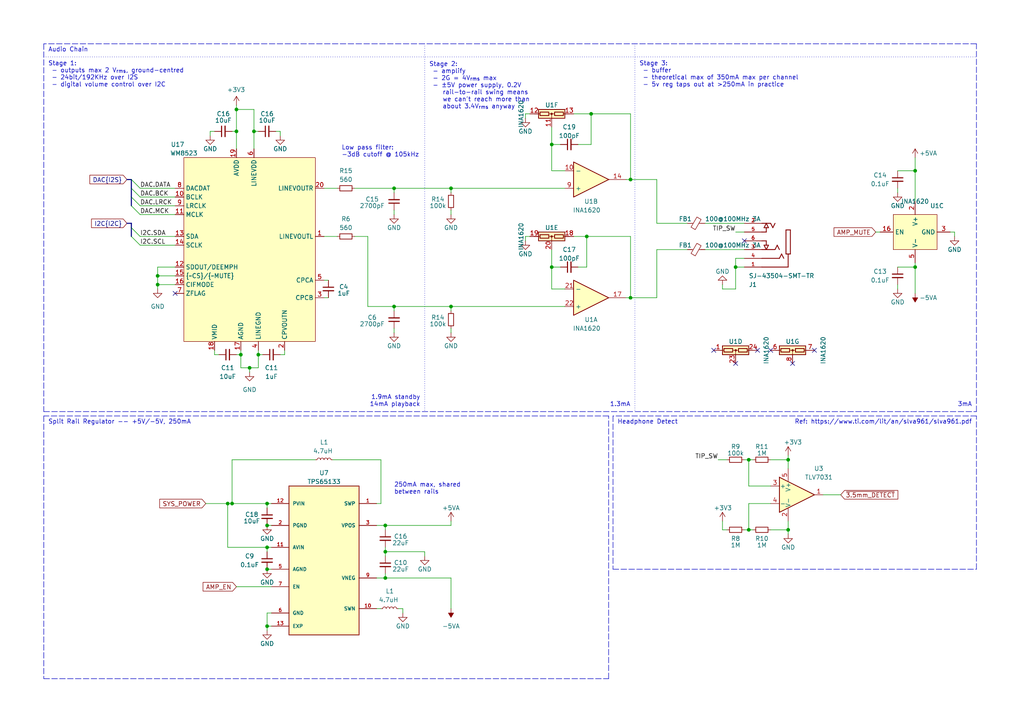
<source format=kicad_sch>
(kicad_sch (version 20230121) (generator eeschema)
  (paper "A4")
  (title_block (title "TANGARA") (date "2023-05-30") (rev "4") (company "made by jacqueline") (comment 1 "SPDX-License-Identifier: CERN-OHL-S-2.0"))
  (lib_symbols
    (symbol "Comparator:TLV7031DBV" (pin_names (offset 0.127))
      (property "Reference" "U" (at -1.27 6.35 0))
      (property "Value" "TLV7031DBV" (at -1.27 3.81 0))
      (symbol "TLV7031DBV_0_1"
        (polyline (pts (xy -5.08 5.08) (xy 5.08 0) (xy -5.08 -5.08) (xy -5.08 5.08)) (stroke (width 0.254)) (fill (type background)))
        (pin power_in line (at -2.54 -7.62 90) (length 3.81) (name "V-") (number "2"))
        (pin power_in line (at -2.54 7.62 270) (length 3.81) (name "V+") (number "5"))
      )
      (symbol "TLV7031DBV_1_1"
        (pin output line (at 7.62 0 180) (length 2.54) (name "~") (number "1"))
        (pin input line (at -7.62 2.54 0) (length 2.54) (name "+") (number "3"))
        (pin input line (at -7.62 -2.54 0) (length 2.54) (name "-") (number "4"))
      )
    )
    (symbol "Device:C_Small" (pin_numbers hide) (pin_names (offset 0.254) hide)
      (property "Reference" "C" (at 0.254 1.778 0))
      (property "Value" "C_Small" (at 0.254 -2.032 0))
      (symbol "C_Small_0_1"
        (polyline (pts (xy -1.524 -0.508) (xy 1.524 -0.508)) (stroke (width 0.3302)))
        (polyline (pts (xy -1.524 0.508) (xy 1.524 0.508)) (stroke (width 0.3048)))
      )
      (symbol "C_Small_1_1"
        (pin passive line (at 0 2.54 270) (length 2.032) (name "~") (number "1"))
        (pin passive line (at 0 -2.54 90) (length 2.032) (name "~") (number "2"))
      )
    )
    (symbol "Device:Ferrite_Bead_Small" (pin_numbers hide) (pin_names (offset 0))
      (property "Reference" "FB" (at 1.905 1.27 0))
      (property "Value" "Device_Ferrite_Bead_Small" (at 1.905 -1.27 0))
      (symbol "Ferrite_Bead_Small_0_1"
        (polyline (pts (xy 0 -1.27) (xy 0 -0.7874)))
        (polyline (pts (xy 0 0.889) (xy 0 1.2954)))
        (polyline (pts (xy -1.8288 0.2794) (xy -1.1176 1.4986) (xy 1.8288 -0.2032) (xy 1.1176 -1.4224) (xy -1.8288 0.2794)))
      )
      (symbol "Ferrite_Bead_Small_1_1"
        (pin passive line (at 0 2.54 270) (length 1.27) (name "~") (number "1"))
        (pin passive line (at 0 -2.54 90) (length 1.27) (name "~") (number "2"))
      )
    )
    (symbol "Device:L_Small" (pin_numbers hide) (pin_names (offset 0.254) hide)
      (property "Reference" "L" (at 0.762 1.016 0))
      (property "Value" "L_Small" (at 0.762 -1.016 0))
      (symbol "L_Small_0_1"
        (arc (start 0 -2.032) (mid 0.5058 -1.524) (end 0 -1.016))
        (arc (start 0 -1.016) (mid 0.5058 -0.508) (end 0 0))
        (arc (start 0 0) (mid 0.5058 0.508) (end 0 1.016))
        (arc (start 0 1.016) (mid 0.5058 1.524) (end 0 2.032))
      )
      (symbol "L_Small_1_1"
        (pin passive line (at 0 2.54 270) (length 0.508) (name "~") (number "1"))
        (pin passive line (at 0 -2.54 90) (length 0.508) (name "~") (number "2"))
      )
    )
    (symbol "Device:R_Small" (pin_numbers hide) (pin_names (offset 0.254) hide)
      (property "Reference" "R" (at 0.762 0.508 0))
      (property "Value" "R_Small" (at 0.762 -1.016 0))
      (symbol "R_Small_0_1"
        (rectangle (start -0.762 1.778) (end 0.762 -1.778) (stroke (width 0.2032)))
      )
      (symbol "R_Small_1_1"
        (pin passive line (at 0 2.54 270) (length 0.762) (name "~") (number "1"))
        (pin passive line (at 0 -2.54 90) (length 0.762) (name "~") (number "2"))
      )
    )
    (symbol "power:+3V3" (power) (pin_names (offset 0))
      (property "Value" "+3V3" (at 0 3.556 0))
      (symbol "+3V3_0_1"
        (polyline (pts (xy -0.762 1.27) (xy 0 2.54)))
        (polyline (pts (xy 0 0) (xy 0 2.54)))
        (polyline (pts (xy 0 2.54) (xy 0.762 1.27)))
      )
      (symbol "+3V3_1_1"
        (pin power_in line (at 0 0 90) (length 0) hide (name "+3V3") (number "1"))
      )
    )
    (symbol "power:+5VA" (power) (pin_names (offset 0))
      (property "Value" "+5VA" (at 0 3.556 0))
      (symbol "+5VA_0_1"
        (polyline (pts (xy -0.762 1.27) (xy 0 2.54)))
        (polyline (pts (xy 0 0) (xy 0 2.54)))
        (polyline (pts (xy 0 2.54) (xy 0.762 1.27)))
      )
      (symbol "+5VA_1_1"
        (pin power_in line (at 0 0 90) (length 0) hide (name "+5VA") (number "1"))
      )
    )
    (symbol "power:-5VA" (power) (pin_names (offset 0))
      (property "Value" "-5VA" (at 0 3.81 0))
      (symbol "-5VA_0_0"
        (pin power_in line (at 0 0 90) (length 0) hide (name "-5VA") (number "1"))
      )
      (symbol "-5VA_0_1"
        (polyline (pts (xy 0 0) (xy 0 1.27) (xy 0.762 1.27) (xy 0 2.54) (xy -0.762 1.27) (xy 0 1.27)) (fill (type outline)))
      )
    )
    (symbol "power:GND" (power) (pin_names (offset 0))
      (property "Value" "GND" (at 0 -3.81 0))
      (symbol "GND_0_1"
        (polyline (pts (xy 0 0) (xy 0 -1.27) (xy 1.27 -1.27) (xy 0 -2.54) (xy -1.27 -1.27) (xy 0 -1.27)))
      )
      (symbol "GND_1_1"
        (pin power_in line (at 0 0 270) (length 0) hide (name "GND") (number "1"))
      )
    )
    (symbol "symbols:INA1620"
      (property "Reference" "U" (at -3.81 7.62 0))
      (symbol "INA1620_1_1"
        (polyline (pts (xy 6.35 0) (xy -3.81 5.08) (xy -3.81 -5.08) (xy 6.35 0)) (stroke (width 0.254)) (fill (type background)))
        (pin output line (at 11.43 0 180) (length 5.08) (name "") (number "17"))
        (pin input line (at -6.35 -2.54 0) (length 2.54) (name "-") (number "21"))
        (pin input line (at -6.35 2.54 0) (length 2.54) (name "+") (number "22"))
      )
      (symbol "INA1620_2_1"
        (polyline (pts (xy 6.35 0) (xy -3.81 5.08) (xy -3.81 -5.08) (xy 6.35 0)) (stroke (width 0.254)) (fill (type background)))
        (pin input line (at -6.35 -2.54 0) (length 2.54) (name "-") (number "10"))
        (pin output line (at 11.43 0 180) (length 5.08) (name "") (number "14"))
        (pin input line (at -6.35 2.54 0) (length 2.54) (name "+") (number "9"))
      )
      (symbol "INA1620_3_1"
        (rectangle (start -6.35 5.08) (end 6.35 -5.08) (fill (type background)))
        (pin no_connect line (at -6.35 1.27 0) (length 3.81) hide (name "NC") (number "15"))
        (pin power_in line (at -10.16 0 0) (length 3.81) (name "EN") (number "16"))
        (pin power_in line (at 0 8.89 270) (length 3.81) (name "V+") (number "2"))
        (pin power_in line (at 0 -8.89 90) (length 3.81) hide (name "EP") (number "25"))
        (pin power_in line (at 10.16 0 180) (length 3.81) (name "GND") (number "3"))
        (pin no_connect line (at -6.35 -1.27 0) (length 3.81) hide (name "NC") (number "4"))
        (pin power_in line (at 0 -8.89 90) (length 3.81) (name "V-") (number "5"))
      )
      (symbol "INA1620_4_1"
        (rectangle (start -1.27 3.81) (end 1.27 -3.81) (stroke (width 0.254)) (fill (type background)))
        (rectangle (start -0.508 -0.8382) (end 0.508 -3.3782) (stroke (width 0.254)))
        (rectangle (start -0.508 3.3782) (end 0.508 0.8382) (stroke (width 0.254)))
        (polyline (pts (xy 0 -5.08) (xy 0 -3.429)))
        (polyline (pts (xy 0 0.889) (xy 0 -0.889)))
        (polyline (pts (xy 0 5.08) (xy 0 3.3782)))
        (polyline (pts (xy 1.27 0) (xy 0 0)))
        (circle (center 0 0.0254) (radius 0.254) (fill (type outline)))
        (pin passive line (at 0 -6.35 90) (length 2.54) (name "~") (number "1"))
        (pin passive line (at 3.81 0 180) (length 2.54) (name "~") (number "23"))
        (pin passive line (at 0 6.35 270) (length 2.54) (name "") (number "24"))
      )
      (symbol "INA1620_5_1"
        (rectangle (start -1.27 3.81) (end 1.27 -3.81) (stroke (width 0.254)) (fill (type background)))
        (rectangle (start -0.508 -0.8382) (end 0.508 -3.3782) (stroke (width 0.254)))
        (rectangle (start -0.508 3.3782) (end 0.508 0.8382) (stroke (width 0.254)))
        (polyline (pts (xy 0 -5.08) (xy 0 -3.429)))
        (polyline (pts (xy 0 0.889) (xy 0 -0.889)))
        (polyline (pts (xy 0 5.08) (xy 0 3.3782)))
        (polyline (pts (xy 1.27 0) (xy 0 0)))
        (circle (center 0 0.0254) (radius 0.254) (fill (type outline)))
        (pin passive line (at 0 -6.35 90) (length 2.54) (name "~") (number "18"))
        (pin passive line (at 0 6.35 270) (length 2.54) (name "~") (number "19"))
        (pin passive line (at 3.81 0 180) (length 2.54) (name "~") (number "20"))
      )
      (symbol "INA1620_6_1"
        (rectangle (start -1.27 3.81) (end 1.27 -3.81) (stroke (width 0.254)) (fill (type background)))
        (rectangle (start -0.508 -0.8382) (end 0.508 -3.3782) (stroke (width 0.254)))
        (rectangle (start -0.508 3.3782) (end 0.508 0.8382) (stroke (width 0.254)))
        (polyline (pts (xy 0 -5.08) (xy 0 -3.429)))
        (polyline (pts (xy 0 0.889) (xy 0 -0.889)))
        (polyline (pts (xy 0 5.08) (xy 0 3.3782)))
        (polyline (pts (xy 1.27 0) (xy 0 0)))
        (circle (center 0 0.0254) (radius 0.254) (fill (type outline)))
        (pin passive line (at 3.81 0 180) (length 2.54) (name "~") (number "11"))
        (pin passive line (at 0 6.35 270) (length 2.54) (name "~") (number "12"))
        (pin passive line (at 0 -6.35 90) (length 2.54) (name "~") (number "13"))
      )
      (symbol "INA1620_7_1"
        (rectangle (start -1.27 3.81) (end 1.27 -3.81) (stroke (width 0.254)) (fill (type background)))
        (rectangle (start -0.508 -0.8382) (end 0.508 -3.3782) (stroke (width 0.254)))
        (rectangle (start -0.508 3.3782) (end 0.508 0.8382) (stroke (width 0.254)))
        (polyline (pts (xy 0 -5.08) (xy 0 -3.429)))
        (polyline (pts (xy 0 0.889) (xy 0 -0.889)))
        (polyline (pts (xy 0 5.08) (xy 0 3.3782)))
        (polyline (pts (xy 1.27 0) (xy 0 0)))
        (circle (center 0 0.0254) (radius 0.254) (fill (type outline)))
        (pin passive line (at 0 -6.35 90) (length 2.54) (name "~") (number "6"))
        (pin passive line (at 0 6.35 270) (length 2.54) (name "~") (number "7"))
        (pin passive line (at 3.81 0 180) (length 2.54) (name "~") (number "8"))
      )
    )
    (symbol "symbols:SJ-43504-SMT-TR" (pin_names (offset 1.016))
      (property "Reference" "J" (at -8.9086 6.3633 0))
      (property "Value" "SJ-43504-SMT-TR" (at -8.8984 -11.4407 0))
      (symbol "SJ-43504-SMT-TR_0_0"
        (polyline (pts (xy -8.255 -5.715) (xy -8.255 1.27)) (stroke (width 0.254)))
        (polyline (pts (xy -8.255 1.27) (xy -7.62 1.27)) (stroke (width 0.254)))
        (polyline (pts (xy -7.62 1.27) (xy -6.985 1.27)) (stroke (width 0.254)))
        (polyline (pts (xy -7.62 5.08) (xy -7.62 1.27)) (stroke (width 0.254)))
        (polyline (pts (xy -6.985 -5.715) (xy -8.255 -5.715)) (stroke (width 0.254)))
        (polyline (pts (xy -6.985 1.27) (xy -6.985 -5.715)) (stroke (width 0.254)))
        (polyline (pts (xy -5.715 1.27) (xy -6.35 2.54)) (stroke (width 0.254)))
        (polyline (pts (xy -5.08 2.54) (xy -5.715 1.27)) (stroke (width 0.254)))
        (polyline (pts (xy -4.445 -1.27) (xy -5.08 0)) (stroke (width 0.254)))
        (polyline (pts (xy -3.81 0) (xy -4.445 -1.27)) (stroke (width 0.254)))
        (polyline (pts (xy -3.175 -6.35) (xy -3.81 -7.62)) (stroke (width 0.254)))
        (polyline (pts (xy -2.54 -7.62) (xy -3.175 -6.35)) (stroke (width 0.254)))
        (polyline (pts (xy -1.905 -6.35) (xy -1.27 -6.35)) (stroke (width 0.254)))
        (polyline (pts (xy -1.905 -1.27) (xy -1.27 -1.27)) (stroke (width 0.254)))
        (polyline (pts (xy -1.27 -7.62) (xy -2.54 -7.62)) (stroke (width 0.254)))
        (polyline (pts (xy -1.27 -7.62) (xy -1.905 -6.35)) (stroke (width 0.254)))
        (polyline (pts (xy -1.27 -6.35) (xy -0.635 -6.35)) (stroke (width 0.254)))
        (polyline (pts (xy -1.27 -5.08) (xy -1.27 -6.35)) (stroke (width 0.254)))
        (polyline (pts (xy -1.27 -2.54) (xy -1.27 -1.27)) (stroke (width 0.254)))
        (polyline (pts (xy -1.27 -1.27) (xy -0.635 -1.27)) (stroke (width 0.254)))
        (polyline (pts (xy -1.27 0) (xy -3.81 0)) (stroke (width 0.254)))
        (polyline (pts (xy -1.27 0) (xy -1.905 -1.27)) (stroke (width 0.254)))
        (polyline (pts (xy -0.635 -6.35) (xy -1.27 -7.62)) (stroke (width 0.254)))
        (polyline (pts (xy -0.635 -1.27) (xy -1.27 0)) (stroke (width 0.254)))
        (polyline (pts (xy 0 -7.62) (xy -1.27 -7.62)) (stroke (width 0.254)))
        (polyline (pts (xy 0 -5.08) (xy -1.27 -5.08)) (stroke (width 0.254)))
        (polyline (pts (xy 0 -2.54) (xy -1.27 -2.54)) (stroke (width 0.254)))
        (polyline (pts (xy 0 0) (xy -1.27 0)) (stroke (width 0.254)))
        (polyline (pts (xy 0 2.54) (xy -5.08 2.54)) (stroke (width 0.254)))
        (polyline (pts (xy 0 5.08) (xy -7.62 5.08)) (stroke (width 0.254)))
        (pin passive line (at 5.08 5.08 180) (length 5.08) (name "~") (number "1"))
        (pin passive line (at 5.08 -7.62 180) (length 5.08) (name "~") (number "2"))
        (pin passive line (at 5.08 0 180) (length 5.08) (name "~") (number "3"))
        (pin passive line (at 5.08 2.54 180) (length 5.08) (name "~") (number "4"))
        (pin passive line (at 5.08 -5.08 180) (length 5.08) (name "~") (number "5"))
        (pin passive line (at 5.08 -2.54 180) (length 5.08) (name "~") (number "6"))
      )
    )
    (symbol "symbols:TPS65135RTER" (pin_names (offset 1.016))
      (property "Reference" "U" (at -10.16 23.622 0))
      (property "Value" "TPS65135RTER" (at -10.16 -22.86 0))
      (symbol "TPS65135RTER_0_0"
        (rectangle (start -10.16 22.86) (end 10.16 -20.32) (stroke (width 0.254)) (fill (type background)))
        (pin bidirectional line (at 15.24 17.78 180) (length 5.08) (name "SWP") (number "1"))
        (pin bidirectional line (at 15.24 -12.7 180) (length 5.08) (name "SWN") (number "10"))
        (pin bidirectional line (at -15.24 5.08 0) (length 5.08) (name "AVIN") (number "11"))
        (pin bidirectional line (at -15.24 17.78 0) (length 5.08) (name "PVIN") (number "12"))
        (pin power_in line (at -15.24 -17.78 0) (length 5.08) (name "EXP") (number "13"))
        (pin power_in line (at -15.24 11.43 0) (length 5.08) (name "PGND") (number "2"))
        (pin output line (at 15.24 11.43 180) (length 5.08) (name "VPOS") (number "3"))
        (pin power_in line (at -15.24 -13.97 0) (length 5.08) hide (name "GND") (number "4"))
        (pin input line (at -15.24 -1.27 0) (length 5.08) (name "AGND") (number "5"))
        (pin power_in line (at -15.24 -13.97 0) (length 5.08) (name "GND") (number "6"))
        (pin input line (at -15.24 -6.35 0) (length 5.08) (name "EN") (number "7"))
        (pin output line (at -15.24 -13.97 0) (length 5.08) hide (name "GND") (number "8"))
        (pin output line (at 15.24 -3.81 180) (length 5.08) (name "VNEG") (number "9"))
      )
    )
    (symbol "symbols:WM8523"
      (property "Reference" "U" (at -3.81 5.08 0))
      (symbol "WM8523_0_0"
        (pin output line (at 21.59 2.54 180) (length 2.54) (name "LINEVOUTL") (number "1"))
        (pin output line (at -21.59 13.97 0) (length 2.54) (name "BCLK") (number "10"))
        (pin output line (at -21.59 8.89 0) (length 2.54) (name "MCLK") (number "11"))
        (pin output line (at -21.59 -6.35 0) (length 2.54) (name "SDOUT/DEEMPH") (number "12"))
        (pin output line (at -21.59 2.54 0) (length 2.54) (name "SDA") (number "13"))
        (pin output line (at -21.59 0 0) (length 2.54) (name "SCLK") (number "14"))
        (pin output line (at -21.59 -8.89 0) (length 2.54) (name "{~CS}/{~MUTE}") (number "15"))
        (pin output line (at -21.59 -11.43 0) (length 2.54) (name "CIFMODE") (number "16"))
        (pin output line (at -2.54 -30.48 90) (length 2.54) (name "AGND") (number "17"))
        (pin output line (at -10.16 -30.48 90) (length 2.54) (name "VMID") (number "18"))
        (pin output line (at -3.81 27.94 270) (length 2.54) (name "AVDD") (number "19"))
        (pin output line (at 10.16 -30.48 90) (length 2.54) (name "CPVOUTN") (number "2"))
        (pin output line (at 21.59 16.51 180) (length 2.54) (name "LINEVOUTR") (number "20"))
        (pin output line (at 21.59 -15.24 180) (length 2.54) (name "CPCB") (number "3"))
        (pin output line (at 2.54 -30.48 90) (length 2.54) (name "LINEGND") (number "4"))
        (pin output line (at 21.59 -10.16 180) (length 2.54) (name "CPCA") (number "5"))
        (pin output line (at 1.27 27.94 270) (length 2.54) (name "LINEVDD") (number "6"))
        (pin output line (at -21.59 -13.97 0) (length 2.54) (name "ZFLAG") (number "7"))
        (pin output line (at -21.59 16.51 0) (length 2.54) (name "DACDAT") (number "8"))
        (pin output line (at -21.59 11.43 0) (length 2.54) (name "LRCLK") (number "9"))
      )
      (symbol "WM8523_0_1"
        (rectangle (start -19.05 25.4) (end 19.05 -27.94) (fill (type background)))
      )
    )
  )
  (junction (at 68.58 31.75))
  (junction (at 45.72 80.01))
  (junction (at 74.93 102.87))
  (junction (at 213.36 77.47))
  (junction (at 265.43 49.53))
  (junction (at 130.81 88.9))
  (junction (at 66.04 146.05))
  (junction (at 228.6 153.67))
  (junction (at 77.47 181.61))
  (junction (at 171.45 33.02))
  (junction (at 111.76 167.64))
  (junction (at 77.47 165.1))
  (junction (at 77.47 152.4))
  (junction (at 160.02 41.91))
  (junction (at 77.47 158.75))
  (junction (at 67.31 146.05))
  (junction (at 73.66 38.1))
  (junction (at 182.88 86.36))
  (junction (at 68.58 38.1))
  (junction (at 217.17 133.35))
  (junction (at 111.76 152.4))
  (junction (at 111.76 160.02))
  (junction (at 72.39 106.68))
  (junction (at 77.47 146.05))
  (junction (at 69.85 102.87))
  (junction (at 130.81 54.61))
  (junction (at 217.17 153.67))
  (junction (at 182.88 52.07))
  (junction (at 170.18 68.58))
  (junction (at 114.3 88.9))
  (junction (at 160.02 77.47))
  (junction (at 45.72 82.55))
  (junction (at 265.43 77.47))
  (junction (at 114.3 54.61))
  (junction (at 228.6 133.35))
  (no_connect (at 219.71 101.6))
  (no_connect (at 50.8 85.09))
  (no_connect (at 207.01 101.6))
  (no_connect (at 236.22 101.6))
  (no_connect (at 223.52 101.6))
  (no_connect (at 215.9 69.85))
  (no_connect (at 229.87 105.41))
  (no_connect (at 213.36 105.41))
  (bus_entry (at 38.1 52.07) (size 2.54 2.54))
  (bus_entry (at 38.1 59.69) (size 2.54 2.54))
  (bus_entry (at 40.64 71.12) (size -2.54 -2.54))
  (bus_entry (at 38.1 57.15) (size 2.54 2.54))
  (bus_entry (at 38.1 54.61) (size 2.54 2.54))
  (bus_entry (at 40.64 68.58) (size -2.54 -2.54))
  (wire (pts (xy 109.22 146.05) (xy 110.49 146.05)))
  (polyline (pts (xy 12.7 16.51) (xy 283.21 16.51)) (stroke (width 0) (type dot)))
  (bus (pts (xy 38.1 54.61) (xy 38.1 57.15)))
  (wire (pts (xy 182.88 68.58) (xy 182.88 86.36)))
  (wire (pts (xy 68.58 31.75) (xy 68.58 38.1)))
  (wire (pts (xy 160.02 49.53) (xy 160.02 41.91)))
  (wire (pts (xy 82.55 102.87) (xy 81.28 102.87)))
  (polyline (pts (xy 283.21 12.7) (xy 12.7 12.7)) (stroke (width 0) (type dash)))
  (polyline (pts (xy 283.21 119.38) (xy 283.21 12.7)) (stroke (width 0) (type dash)))
  (wire (pts (xy 181.61 86.36) (xy 182.88 86.36)))
  (wire (pts (xy 181.61 52.07) (xy 182.88 52.07)))
  (polyline (pts (xy 123.19 12.7) (xy 123.19 119.38)) (stroke (width 0) (type dot)))
  (wire (pts (xy 40.64 68.58) (xy 50.8 68.58)))
  (wire (pts (xy 67.31 133.35) (xy 91.44 133.35)))
  (wire (pts (xy 110.49 176.53) (xy 109.22 176.53)))
  (wire (pts (xy 62.23 102.87) (xy 63.5 102.87)))
  (wire (pts (xy 160.02 72.39) (xy 160.02 77.47)))
  (wire (pts (xy 170.18 77.47) (xy 170.18 68.58)))
  (wire (pts (xy 276.86 67.31) (xy 275.59 67.31)))
  (wire (pts (xy 190.5 64.77) (xy 199.39 64.77)))
  (wire (pts (xy 73.66 31.75) (xy 68.58 31.75)))
  (wire (pts (xy 66.04 158.75) (xy 66.04 146.05)))
  (wire (pts (xy 160.02 83.82) (xy 163.83 83.82)))
  (wire (pts (xy 223.52 140.97) (xy 217.17 140.97)))
  (wire (pts (xy 45.72 80.01) (xy 45.72 82.55)))
  (wire (pts (xy 265.43 77.47) (xy 265.43 76.2)))
  (wire (pts (xy 50.8 77.47) (xy 45.72 77.47)))
  (wire (pts (xy 190.5 52.07) (xy 182.88 52.07)))
  (wire (pts (xy 130.81 96.52) (xy 130.81 95.25)))
  (wire (pts (xy 114.3 62.23) (xy 114.3 60.96)))
  (wire (pts (xy 209.55 153.67) (xy 210.82 153.67)))
  (wire (pts (xy 62.23 101.6) (xy 62.23 102.87)))
  (wire (pts (xy 116.84 176.53) (xy 116.84 177.8)))
  (wire (pts (xy 66.04 146.05) (xy 67.31 146.05)))
  (polyline (pts (xy 283.21 120.65) (xy 177.8 120.65)) (stroke (width 0) (type dash)))
  (wire (pts (xy 238.76 143.51) (xy 243.84 143.51)))
  (wire (pts (xy 77.47 147.32) (xy 77.47 146.05)))
  (wire (pts (xy 209.55 83.82) (xy 209.55 82.55)))
  (wire (pts (xy 68.58 38.1) (xy 68.58 43.18)))
  (wire (pts (xy 110.49 146.05) (xy 110.49 133.35)))
  (wire (pts (xy 40.64 54.61) (xy 50.8 54.61)))
  (wire (pts (xy 111.76 152.4) (xy 111.76 153.67)))
  (wire (pts (xy 166.37 33.02) (xy 171.45 33.02)))
  (polyline (pts (xy 176.53 120.65) (xy 12.7 120.65)) (stroke (width 0) (type dash)))
  (wire (pts (xy 77.47 182.88) (xy 77.47 181.61)))
  (wire (pts (xy 97.79 68.58) (xy 93.98 68.58)))
  (wire (pts (xy 228.6 132.08) (xy 228.6 133.35)))
  (wire (pts (xy 130.81 167.64) (xy 111.76 167.64)))
  (wire (pts (xy 254 67.31) (xy 255.27 67.31)))
  (wire (pts (xy 68.58 30.48) (xy 68.58 31.75)))
  (wire (pts (xy 97.79 54.61) (xy 93.98 54.61)))
  (bus (pts (xy 36.83 64.77) (xy 38.1 64.77)))
  (wire (pts (xy 69.85 102.87) (xy 68.58 102.87)))
  (wire (pts (xy 67.31 146.05) (xy 67.31 133.35)))
  (wire (pts (xy 260.35 77.47) (xy 265.43 77.47)))
  (wire (pts (xy 114.3 96.52) (xy 114.3 95.25)))
  (wire (pts (xy 160.02 77.47) (xy 162.56 77.47)))
  (wire (pts (xy 160.02 36.83) (xy 160.02 41.91)))
  (wire (pts (xy 217.17 140.97) (xy 217.17 133.35)))
  (wire (pts (xy 62.23 38.1) (xy 60.96 38.1)))
  (wire (pts (xy 153.67 68.58) (xy 152.4 68.58)))
  (wire (pts (xy 69.85 106.68) (xy 69.85 102.87)))
  (wire (pts (xy 95.25 86.36) (xy 93.98 86.36)))
  (wire (pts (xy 81.28 38.1) (xy 80.01 38.1)))
  (wire (pts (xy 223.52 146.05) (xy 217.17 146.05)))
  (wire (pts (xy 74.93 106.68) (xy 72.39 106.68)))
  (wire (pts (xy 111.76 160.02) (xy 111.76 161.29)))
  (wire (pts (xy 130.81 151.13) (xy 130.81 152.4)))
  (wire (pts (xy 213.36 83.82) (xy 209.55 83.82)))
  (polyline (pts (xy 283.21 165.1) (xy 283.21 120.65)) (stroke (width 0) (type dash)))
  (wire (pts (xy 215.9 153.67) (xy 217.17 153.67)))
  (wire (pts (xy 167.64 77.47) (xy 170.18 77.47)))
  (wire (pts (xy 69.85 101.6) (xy 69.85 102.87)))
  (wire (pts (xy 74.93 102.87) (xy 76.2 102.87)))
  (wire (pts (xy 171.45 33.02) (xy 182.88 33.02)))
  (wire (pts (xy 81.28 39.37) (xy 81.28 38.1)))
  (wire (pts (xy 111.76 152.4) (xy 130.81 152.4)))
  (wire (pts (xy 260.35 83.82) (xy 260.35 82.55)))
  (wire (pts (xy 215.9 133.35) (xy 217.17 133.35)))
  (wire (pts (xy 265.43 77.47) (xy 265.43 85.09)))
  (wire (pts (xy 74.93 102.87) (xy 74.93 106.68)))
  (wire (pts (xy 223.52 133.35) (xy 228.6 133.35)))
  (wire (pts (xy 213.36 67.31) (xy 215.9 67.31)))
  (wire (pts (xy 109.22 152.4) (xy 111.76 152.4)))
  (wire (pts (xy 67.31 146.05) (xy 77.47 146.05)))
  (wire (pts (xy 130.81 55.88) (xy 130.81 54.61)))
  (wire (pts (xy 40.64 71.12) (xy 50.8 71.12)))
  (wire (pts (xy 130.81 54.61) (xy 163.83 54.61)))
  (wire (pts (xy 170.18 68.58) (xy 182.88 68.58)))
  (wire (pts (xy 265.43 49.53) (xy 260.35 49.53)))
  (wire (pts (xy 77.47 181.61) (xy 78.74 181.61)))
  (wire (pts (xy 72.39 106.68) (xy 69.85 106.68)))
  (wire (pts (xy 106.68 88.9) (xy 114.3 88.9)))
  (wire (pts (xy 114.3 54.61) (xy 130.81 54.61)))
  (polyline (pts (xy 177.8 165.1) (xy 283.21 165.1)) (stroke (width 0) (type dash)))
  (wire (pts (xy 111.76 158.75) (xy 111.76 160.02)))
  (wire (pts (xy 217.17 153.67) (xy 218.44 153.67)))
  (wire (pts (xy 59.69 146.05) (xy 66.04 146.05)))
  (wire (pts (xy 130.81 90.17) (xy 130.81 88.9)))
  (polyline (pts (xy 12.7 12.7) (xy 12.7 119.38)) (stroke (width 0) (type dash)))
  (wire (pts (xy 228.6 154.94) (xy 228.6 153.67)))
  (wire (pts (xy 190.5 64.77) (xy 190.5 52.07)))
  (wire (pts (xy 106.68 68.58) (xy 106.68 88.9)))
  (wire (pts (xy 213.36 77.47) (xy 213.36 83.82)))
  (bus (pts (xy 36.83 52.07) (xy 38.1 52.07)))
  (polyline (pts (xy 176.53 196.85) (xy 176.53 120.65)) (stroke (width 0) (type dash)))
  (wire (pts (xy 40.64 62.23) (xy 50.8 62.23)))
  (wire (pts (xy 213.36 74.93) (xy 215.9 74.93)))
  (wire (pts (xy 72.39 106.68) (xy 72.39 107.95)))
  (wire (pts (xy 74.93 101.6) (xy 74.93 102.87)))
  (wire (pts (xy 217.17 133.35) (xy 218.44 133.35)))
  (bus (pts (xy 38.1 57.15) (xy 38.1 59.69)))
  (wire (pts (xy 60.96 38.1) (xy 60.96 39.37)))
  (wire (pts (xy 167.64 41.91) (xy 171.45 41.91)))
  (bus (pts (xy 38.1 66.04) (xy 38.1 68.58)))
  (wire (pts (xy 73.66 38.1) (xy 73.66 43.18)))
  (wire (pts (xy 123.19 160.02) (xy 111.76 160.02)))
  (wire (pts (xy 40.64 57.15) (xy 50.8 57.15)))
  (wire (pts (xy 204.47 64.77) (xy 215.9 64.77)))
  (polyline (pts (xy 12.7 120.65) (xy 12.7 196.85)) (stroke (width 0) (type dash)))
  (wire (pts (xy 68.58 170.18) (xy 78.74 170.18)))
  (wire (pts (xy 265.43 45.72) (xy 265.43 49.53)))
  (wire (pts (xy 109.22 167.64) (xy 111.76 167.64)))
  (polyline (pts (xy 12.7 196.85) (xy 176.53 196.85)) (stroke (width 0) (type dash)))
  (wire (pts (xy 276.86 68.58) (xy 276.86 67.31)))
  (wire (pts (xy 114.3 88.9) (xy 130.81 88.9)))
  (wire (pts (xy 77.47 165.1) (xy 78.74 165.1)))
  (wire (pts (xy 77.47 158.75) (xy 78.74 158.75)))
  (wire (pts (xy 209.55 151.13) (xy 209.55 153.67)))
  (wire (pts (xy 265.43 49.53) (xy 265.43 58.42)))
  (wire (pts (xy 77.47 152.4) (xy 78.74 152.4)))
  (wire (pts (xy 190.5 72.39) (xy 199.39 72.39)))
  (wire (pts (xy 130.81 62.23) (xy 130.81 60.96)))
  (wire (pts (xy 82.55 101.6) (xy 82.55 102.87)))
  (wire (pts (xy 130.81 176.53) (xy 130.81 167.64)))
  (wire (pts (xy 110.49 133.35) (xy 96.52 133.35)))
  (wire (pts (xy 152.4 33.02) (xy 152.4 34.29)))
  (wire (pts (xy 95.25 81.28) (xy 93.98 81.28)))
  (wire (pts (xy 208.28 133.35) (xy 210.82 133.35)))
  (wire (pts (xy 77.47 146.05) (xy 78.74 146.05)))
  (wire (pts (xy 111.76 166.37) (xy 111.76 167.64)))
  (wire (pts (xy 45.72 82.55) (xy 45.72 83.82)))
  (wire (pts (xy 190.5 72.39) (xy 190.5 86.36)))
  (wire (pts (xy 153.67 33.02) (xy 152.4 33.02)))
  (bus (pts (xy 38.1 52.07) (xy 38.1 54.61)))
  (wire (pts (xy 115.57 176.53) (xy 116.84 176.53)))
  (wire (pts (xy 50.8 82.55) (xy 45.72 82.55)))
  (wire (pts (xy 171.45 41.91) (xy 171.45 33.02)))
  (wire (pts (xy 130.81 88.9) (xy 163.83 88.9)))
  (wire (pts (xy 228.6 133.35) (xy 228.6 135.89)))
  (wire (pts (xy 114.3 88.9) (xy 114.3 90.17)))
  (wire (pts (xy 77.47 158.75) (xy 66.04 158.75)))
  (wire (pts (xy 204.47 72.39) (xy 215.9 72.39)))
  (wire (pts (xy 213.36 77.47) (xy 215.9 77.47)))
  (wire (pts (xy 217.17 146.05) (xy 217.17 153.67)))
  (wire (pts (xy 123.19 161.29) (xy 123.19 160.02)))
  (wire (pts (xy 74.93 38.1) (xy 73.66 38.1)))
  (wire (pts (xy 78.74 177.8) (xy 77.47 177.8)))
  (wire (pts (xy 77.47 160.02) (xy 77.47 158.75)))
  (wire (pts (xy 152.4 68.58) (xy 152.4 69.85)))
  (wire (pts (xy 163.83 49.53) (xy 160.02 49.53)))
  (wire (pts (xy 102.87 54.61) (xy 114.3 54.61)))
  (wire (pts (xy 182.88 33.02) (xy 182.88 52.07)))
  (wire (pts (xy 223.52 153.67) (xy 228.6 153.67)))
  (wire (pts (xy 213.36 77.47) (xy 213.36 74.93)))
  (wire (pts (xy 166.37 68.58) (xy 170.18 68.58)))
  (wire (pts (xy 160.02 41.91) (xy 162.56 41.91)))
  (wire (pts (xy 160.02 77.47) (xy 160.02 83.82)))
  (wire (pts (xy 67.31 38.1) (xy 68.58 38.1)))
  (wire (pts (xy 50.8 80.01) (xy 45.72 80.01)))
  (wire (pts (xy 102.87 68.58) (xy 106.68 68.58)))
  (polyline (pts (xy 184.15 12.7) (xy 184.15 119.38)) (stroke (width 0) (type dot)))
  (polyline (pts (xy 177.8 120.65) (xy 177.8 165.1)) (stroke (width 0) (type dash)))
  (wire (pts (xy 40.64 59.69) (xy 50.8 59.69)))
  (wire (pts (xy 260.35 55.88) (xy 260.35 54.61)))
  (wire (pts (xy 228.6 153.67) (xy 228.6 151.13)))
  (wire (pts (xy 45.72 77.47) (xy 45.72 80.01)))
  (polyline (pts (xy 12.7 119.38) (xy 283.21 119.38)) (stroke (width 0) (type dash)))
  (wire (pts (xy 73.66 38.1) (xy 73.66 31.75)))
  (wire (pts (xy 182.88 86.36) (xy 190.5 86.36)))
  (wire (pts (xy 77.47 177.8) (xy 77.47 181.61)))
  (wire (pts (xy 114.3 54.61) (xy 114.3 55.88)))
  (bus (pts (xy 38.1 64.77) (xy 38.1 66.04)))
  (text "Low pass filter:\n-3dB cutoff @ 105kHz" (at 99.06 45.72 0) (effects (font (size 1.27 1.27)) (justify left bottom)))
  (text "Stage 2:\n - amplify\n - 2G = 4V_{rms} max\n - ±5V power supply, 0.2V\n    rail-to-rail swing means\n    we can't reach more than\n    about 3.4V_{rms} anyway" (at 124.46 31.75 0) (effects (font (size 1.27 1.27)) (justify left bottom)))
  (text "1.9mA standby\n14mA playback" (at 121.92 118.11 0) (effects (font (size 1.27 1.27)) (justify right bottom)))
  (text "Audio Chain\n" (at 13.97 15.24 0) (effects (font (size 1.27 1.27)) (justify left bottom)))
  (text "Ref: https://www.ti.com/lit/an/slva961/slva961.pdf" (at 281.94 123.19 0) (effects (font (size 1.27 1.27)) (justify right bottom)))
  (text "Stage 1:\n - outputs max 2 V_{rms}, ground-centred\n - 24bit/192KHz over I2S\n - digital volume control over I2C" (at 13.97 25.4 0) (effects (font (size 1.27 1.27)) (justify left bottom)))
  (text "250mA max, shared\nbetween rails" (at 114.3 143.51 0) (effects (font (size 1.27 1.27)) (justify left bottom)))
  (text "Stage 3:\n - buffer\n - theoretical max of 350mA max per channel\n - 5v reg taps out at >250mA in practice" (at 185.42 25.4 0) (effects (font (size 1.27 1.27)) (justify left bottom)))
  (text "Headphone Detect" (at 179.07 123.19 0) (effects (font (size 1.27 1.27)) (justify left bottom)))
  (text "3mA" (at 281.94 118.11 0) (effects (font (size 1.27 1.27)) (justify right bottom)))
  (text "1.3mA" (at 182.88 118.11 0) (effects (font (size 1.27 1.27)) (justify right bottom)))
  (text "Split Rail Regulator -- +5V/-5V, 250mA" (at 13.97 123.19 0) (effects (font (size 1.27 1.27)) (justify left bottom)))
  (label "TIP_SW" (at 213.36 67.31 180))
  (label "I2C.SDA" (at 40.64 68.58 0))
  (label "DAC.MCK" (at 40.64 62.23 0))
  (label "TIP_SW" (at 208.28 133.35 180))
  (label "DAC.LRCK" (at 40.64 59.69 0))
  (label "DAC.DATA" (at 40.64 54.61 0))
  (label "DAC.BCK" (at 40.64 57.15 0))
  (label "I2C.SCL" (at 40.64 71.12 0))
  (global_label "AMP_MUTE" (shape input) (at 254 67.31 180) (property "Intersheetrefs" "${INTERSHEET_REFS}" (effects hide)))
  (global_label "~{3.5mm_DETECT}" (shape input) (at 243.84 143.51 0) (property "Intersheetrefs" "${INTERSHEET_REFS}" (effects hide)))
  (global_label "AMP_EN" (shape input) (at 68.58 170.18 180) (property "Intersheetrefs" "${INTERSHEET_REFS}" (effects hide)))
  (global_label "I2C{I2C}" (shape input) (at 36.83 64.77 180) (property "Intersheetrefs" "${INTERSHEET_REFS}" (effects hide)))
  (global_label "DAC{I2S}" (shape input) (at 36.83 52.07 180) (property "Intersheetrefs" "${INTERSHEET_REFS}" (effects hide)))
  (global_label "SYS_POWER" (shape input) (at 59.69 146.05 180) (property "Intersheetrefs" "${INTERSHEET_REFS}" (effects hide)))
  (symbol (lib_id "power:GND") (at 77.47 165.1 0) (unit 1)
    (property "Reference" "#PWR015" (effects hide))
    (property "Value" "GND" (at 77.47 168.91 0))
  )
  (symbol (lib_id "symbols:SJ-43504-SMT-TR") (at 220.98 72.39 180) (unit 1)
    (property "Reference" "J1" (at 217.17 82.55 0) (effects (justify right)))
    (property "Value" "SJ-43504-SMT-TR" (at 217.17 80.01 0) (effects (justify right)))
    (property "Footprint" "footprints:CUI_SJ-43504-SMT-TR" (effects hide))
    (property "MPN" "SJ-43504-SMT-TR" (effects hide))
  )
  (symbol (lib_id "power:+3V3") (at 68.58 30.48 0) (unit 1)
    (property "Reference" "#PWR07" (effects hide))
    (property "Value" "+3V3" (at 71.12 26.035 0) (effects (justify right)))
  )
  (symbol (lib_id "power:GND") (at 228.6 154.94 0) (unit 1)
    (property "Reference" "#PWR048" (effects hide))
    (property "Value" "GND" (at 228.6 158.75 0))
  )
  (symbol (lib_id "power:GND") (at 276.86 68.58 0) (unit 1)
    (property "Reference" "#PWR038" (effects hide))
    (property "Value" "GND" (at 276.86 72.39 0))
  )
  (symbol (lib_id "Device:Ferrite_Bead_Small") (at 201.93 72.39 90) (unit 1)
    (property "Reference" "FB1" (at 200.66 71.12 90) (effects (justify left)))
    (property "Value" "100@100MHz 3A" (at 204.47 71.12 90) (effects (justify right)))
    (property "Footprint" "Inductor_SMD:L_0603_1608Metric" (effects hide))
    (property "MPN" "BLM18KG101TN1D" (effects hide))
    (instances (project "gay-ipod" (path "" (reference "FB1") (unit 1)) (path "" (reference "FB2") (unit 1)) (path "" (reference "FB3") (unit 1))) (project "reform2-motherboard" (path "" (reference "FB17") (unit 1))))
  )
  (symbol (lib_id "Device:Ferrite_Bead_Small") (at 201.93 64.77 90) (unit 1)
    (property "Reference" "FB1" (at 200.66 63.5 90) (effects (justify left)))
    (property "Value" "100@100MHz 3A" (at 204.47 63.5 90) (effects (justify right)))
    (property "Footprint" "Inductor_SMD:L_0603_1608Metric" (effects hide))
    (property "MPN" "BLM18KG101TN1D" (effects hide))
    (instances (project "gay-ipod" (path "" (reference "FB1") (unit 1)) (path "" (reference "FB2") (unit 1)) (path "" (reference "FB4") (unit 1))) (project "reform2-motherboard" (path "" (reference "FB17") (unit 1))))
  )
  (symbol (lib_id "symbols:INA1620") (at 265.43 67.31 0) (unit 3)
    (property "Reference" "U1" (at 271.78 59.69 0))
    (property "Value" "INA1620" (at 265.43 58.42 0))
    (property "Footprint" "Package_DFN_QFN:QFN-24-1EP_4x4mm_P0.5mm_EP2.7x2.7mm_ThermalVias" (effects hide))
  )
  (symbol (lib_id "Device:R_Small") (at 130.81 92.71 180) (unit 1)
    (property "Reference" "R14" (at 127 92.075 0))
    (property "Value" "100k" (at 127 93.98 0))
    (property "Footprint" "Resistor_SMD:R_0603_1608Metric" (effects hide))
    (property "MPN" "RC0603JR-10100KL" (effects hide))
  )
  (symbol (lib_id "power:GND") (at 60.96 39.37 0) (unit 1)
    (property "Reference" "#PWR017" (effects hide))
    (property "Value" "GND" (at 60.96 43.18 0))
  )
  (symbol (lib_id "Device:C_Small") (at 165.1 41.91 90) (unit 1)
    (property "Reference" "C19" (at 165.1063 36.83 90))
    (property "Value" "100pF" (at 165.1063 39.37 90))
    (property "Footprint" "Capacitor_SMD:C_0603_1608Metric" (effects hide))
  )
  (symbol (lib_id "Device:C_Small") (at 114.3 58.42 180) (unit 1)
    (property "Reference" "C15" (at 107.95 57.785 0))
    (property "Value" "2700pF" (at 107.95 59.69 0))
    (property "Footprint" "Capacitor_SMD:C_0603_1608Metric" (effects hide))
    (property "MPN" "GRM1885C1H272JA01D" (effects hide))
  )
  (symbol (lib_id "power:+3V3") (at 209.55 151.13 0) (mirror y) (unit 1)
    (property "Reference" "#PWR047" (effects hide))
    (property "Value" "+3V3" (at 207.01 147.32 0) (effects (justify right)))
  )
  (symbol (lib_id "power:+5VA") (at 130.81 151.13 0) (unit 1)
    (property "Reference" "#PWR019" (effects hide))
    (property "Value" "+5VA" (at 130.81 147.32 0))
  )
  (symbol (lib_id "Device:L_Small") (at 113.03 176.53 270) (mirror x) (unit 1)
    (property "Reference" "L1" (at 114.3 171.45 90) (effects (justify right)))
    (property "Value" "4.7uH" (at 115.57 173.99 90) (effects (justify right)))
    (property "Footprint" "Inductor_SMD:L_1008_2520Metric" (effects hide))
    (property "MPN" "1239AS-H-4R7M" (effects hide))
  )
  (symbol (lib_id "Device:C_Small") (at 111.76 163.83 0) (unit 1)
    (property "Reference" "C10" (at 116.205 163.195 0))
    (property "Value" "22uF" (at 116.205 165.1 0))
    (property "Footprint" "Capacitor_SMD:C_1206_3216Metric" (effects hide))
    (property "MPN" "GRM319R61C226KE15D" (effects hide))
  )
  (symbol (lib_id "symbols:WM8523") (at 72.39 71.12 0) (unit 1)
    (property "Reference" "U17" (at 49.53 41.91 0) (effects (justify left)))
    (property "Value" "WM8523" (at 53.34 44.45 0))
    (property "Footprint" "Package_SO:SSOP-20_4.4x6.5mm_P0.65mm" (effects hide))
    (property "MPN" "WM8523GEDT/R" (effects hide))
  )
  (symbol (lib_id "power:GND") (at 130.81 62.23 0) (unit 1)
    (property "Reference" "#PWR032" (effects hide))
    (property "Value" "GND" (at 130.81 66.04 0))
  )
  (symbol (lib_id "power:GND") (at 260.35 55.88 0) (unit 1)
    (property "Reference" "#PWR037" (effects hide))
    (property "Value" "GND" (at 260.35 59.69 0))
  )
  (symbol (lib_id "Device:C_Small") (at 95.25 83.82 0) (unit 1)
    (property "Reference" "C4" (at 99.695 83.185 0))
    (property "Value" "1uF" (at 99.695 85.09 0))
    (property "Footprint" "Capacitor_SMD:C_0805_2012Metric" (effects hide))
    (property "MPN" "GRM216R61C105KA88D" (effects hide))
  )
  (symbol (lib_id "Device:R_Small") (at 130.81 58.42 180) (unit 1)
    (property "Reference" "R14" (at 127 57.785 0))
    (property "Value" "100k" (at 127 59.69 0))
    (property "Footprint" "Resistor_SMD:R_0603_1608Metric" (effects hide))
    (property "MPN" "RC0603JR-10100KL" (effects hide))
  )
  (symbol (lib_id "symbols:INA1620") (at 170.18 52.07 0) (mirror x) (unit 2)
    (property "Reference" "U1" (at 171.45 58.42 0))
    (property "Value" "INA1620" (at 170.18 60.96 0))
    (property "Footprint" "Package_DFN_QFN:QFN-24-1EP_4x4mm_P0.5mm_EP2.7x2.7mm_ThermalVias" (effects hide))
  )
  (symbol (lib_id "symbols:TPS65135RTER") (at 93.98 163.83 0) (unit 1)
    (property "Reference" "U7" (at 93.98 137.16 0))
    (property "Value" "TPS65133" (at 93.98 139.7 0))
    (property "Footprint" "footprints:SON40P300X300X80-13N" (effects hide))
    (property "MPN" "TPS65133DPDR" (effects hide))
  )
  (symbol (lib_id "power:GND") (at 81.28 39.37 0) (unit 1)
    (property "Reference" "#PWR017" (effects hide))
    (property "Value" "GND" (at 81.28 43.18 0))
  )
  (symbol (lib_id "power:GND") (at 45.72 83.82 0) (unit 1)
    (property "Reference" "#PWR034" (effects hide))
    (property "Value" "GND" (at 45.72 88.9 0))
  )
  (symbol (lib_id "Comparator:TLV7031DBV") (at 231.14 143.51 0) (unit 1)
    (property "Reference" "U3" (at 237.49 135.89 0))
    (property "Value" "TLV7031" (at 237.49 138.43 0))
    (property "Footprint" "Package_TO_SOT_SMD:SOT-23-5" (effects hide))
    (property "Datasheet" "https://www.ti.com/lit/ds/symlink/tlv7031.pdf" (effects hide))
    (property "MPN" "TLV7031DBV" (effects hide))
  )
  (symbol (lib_id "power:GND") (at 114.3 62.23 0) (unit 1)
    (property "Reference" "#PWR017" (effects hide))
    (property "Value" "GND" (at 114.3 66.04 0))
  )
  (symbol (lib_id "Device:R_Small") (at 220.98 133.35 90) (unit 1)
    (property "Reference" "R11" (at 220.98 129.54 90))
    (property "Value" "1M" (at 220.98 131.445 90))
    (property "Footprint" "Resistor_SMD:R_0603_1608Metric" (effects hide))
    (property "MPN" "AC0603FR-131ML" (effects hide))
  )
  (symbol (lib_id "power:GND") (at 72.39 107.95 0) (unit 1)
    (property "Reference" "#PWR034" (effects hide))
    (property "Value" "GND" (at 72.39 113.03 0))
  )
  (symbol (lib_id "symbols:INA1620") (at 170.18 86.36 0) (mirror x) (unit 1)
    (property "Reference" "U1" (at 171.45 92.71 0))
    (property "Value" "INA1620" (at 170.18 95.25 0))
    (property "Footprint" "Package_DFN_QFN:QFN-24-1EP_4x4mm_P0.5mm_EP2.7x2.7mm_ThermalVias" (effects hide))
  )
  (symbol (lib_id "Device:R_Small") (at 213.36 133.35 90) (unit 1)
    (property "Reference" "R9" (at 213.36 129.54 90))
    (property "Value" "100k" (at 213.36 131.445 90))
    (property "Footprint" "Resistor_SMD:R_0603_1608Metric" (effects hide))
    (property "MPN" "RC0603JR-10100KL" (effects hide))
  )
  (symbol (lib_id "Device:R_Small") (at 220.98 153.67 270) (mirror x) (unit 1)
    (property "Reference" "R10" (at 220.98 156.21 90))
    (property "Value" "1M" (at 220.98 158.115 90))
    (property "Footprint" "Resistor_SMD:R_0603_1608Metric" (effects hide))
    (property "MPN" "AC0603FR-131ML" (effects hide))
  )
  (symbol (lib_id "power:GND") (at 114.3 96.52 0) (unit 1)
    (property "Reference" "#PWR016" (effects hide))
    (property "Value" "GND" (at 114.3 100.33 0))
  )
  (symbol (lib_id "Device:L_Small") (at 93.98 133.35 270) (mirror x) (unit 1)
    (property "Reference" "L1" (at 95.25 128.27 90) (effects (justify right)))
    (property "Value" "4.7uH" (at 96.52 130.81 90) (effects (justify right)))
    (property "Footprint" "Inductor_SMD:L_1008_2520Metric" (effects hide))
    (property "MPN" "1239AS-H-4R7M" (effects hide))
  )
  (symbol (lib_id "Device:C_Small") (at 78.74 102.87 90) (unit 1)
    (property "Reference" "C11" (at 78.74 106.68 90))
    (property "Value" "1uF" (at 78.74 109.22 90))
    (property "Footprint" "Capacitor_SMD:C_0805_2012Metric" (effects hide))
    (property "MPN" "GRM216R61C105KA88D" (effects hide))
  )
  (symbol (lib_id "Device:C_Small") (at 260.35 80.01 0) (unit 1)
    (property "Reference" "C13" (at 255.27 78.74 0))
    (property "Value" "0.1uF" (at 255.27 81.28 0))
    (property "Footprint" "Capacitor_SMD:C_0603_1608Metric" (effects hide))
    (property "MPN" "GCM188R71C104KA37J" (effects hide))
  )
  (symbol (lib_id "power:GND") (at 209.55 82.55 0) (mirror x) (unit 1)
    (property "Reference" "#PWR018" (effects hide))
    (property "Value" "GND" (at 209.55 78.74 0))
  )
  (symbol (lib_id "Device:C_Small") (at 66.04 102.87 90) (unit 1)
    (property "Reference" "C11" (at 66.04 106.68 90))
    (property "Value" "10uF" (at 66.04 109.22 90))
    (property "Footprint" "Capacitor_SMD:C_0805_2012Metric" (effects hide))
    (property "MPN" "GRM21BR61C106KE15K" (effects hide))
  )
  (symbol (lib_id "power:GND") (at 152.4 69.85 0) (unit 1)
    (property "Reference" "#PWR032" (effects hide))
    (property "Value" "GND" (at 152.4 73.66 0))
  )
  (symbol (lib_id "power:-5VA") (at 265.43 85.09 180) (unit 1)
    (property "Reference" "#PWR025" (effects hide))
    (property "Value" "-5VA" (at 269.24 86.36 0))
  )
  (symbol (lib_id "symbols:INA1620") (at 229.87 101.6 270) (unit 7)
    (property "Reference" "U1" (at 229.87 99.06 90))
    (property "Value" "INA1620" (at 238.76 101.6 0))
    (property "Footprint" "Package_DFN_QFN:QFN-24-1EP_4x4mm_P0.5mm_EP2.7x2.7mm_ThermalVias" (effects hide))
  )
  (symbol (lib_id "power:GND") (at 77.47 152.4 0) (unit 1)
    (property "Reference" "#PWR024" (effects hide))
    (property "Value" "GND" (at 77.47 156.21 0))
  )
  (symbol (lib_id "power:GND") (at 130.81 96.52 0) (unit 1)
    (property "Reference" "#PWR032" (effects hide))
    (property "Value" "GND" (at 130.81 100.33 0))
  )
  (symbol (lib_id "symbols:INA1620") (at 160.02 68.58 90) (mirror x) (unit 5)
    (property "Reference" "U1" (at 160.02 66.04 90))
    (property "Value" "INA1620" (at 151.13 68.58 0))
    (property "Footprint" "Package_DFN_QFN:QFN-24-1EP_4x4mm_P0.5mm_EP2.7x2.7mm_ThermalVias" (effects hide))
  )
  (symbol (lib_id "power:GND") (at 116.84 177.8 0) (unit 1)
    (property "Reference" "#PWR039" (effects hide))
    (property "Value" "GND" (at 116.84 181.61 0))
  )
  (symbol (lib_id "Device:R_Small") (at 100.33 54.61 90) (unit 1)
    (property "Reference" "R15" (at 100.33 49.53 90))
    (property "Value" "560" (at 100.33 52.07 90))
    (property "Footprint" "Resistor_SMD:R_0805_2012Metric" (effects hide))
    (property "MPN" "ERJ-P06F5600V" (effects hide))
  )
  (symbol (lib_id "power:GND") (at 152.4 34.29 0) (unit 1)
    (property "Reference" "#PWR032" (effects hide))
    (property "Value" "GND" (at 152.4 38.1 0))
  )
  (symbol (lib_id "Device:C_Small") (at 64.77 38.1 90) (unit 1)
    (property "Reference" "C16" (at 64.77 33.02 90))
    (property "Value" "10uF" (at 64.77 34.925 90))
    (property "Footprint" "Capacitor_SMD:C_0805_2012Metric" (effects hide))
    (property "MPN" "GRM21BR61C106KE15K" (effects hide))
  )
  (symbol (lib_id "power:GND") (at 123.19 161.29 0) (unit 1)
    (property "Reference" "#PWR013" (effects hide))
    (property "Value" "GND" (at 123.19 165.1 0))
  )
  (symbol (lib_id "Device:C_Small") (at 111.76 156.21 0) (unit 1)
    (property "Reference" "C16" (at 116.205 155.575 0))
    (property "Value" "22uF" (at 116.205 157.48 0))
    (property "Footprint" "Capacitor_SMD:C_1206_3216Metric" (effects hide))
    (property "MPN" "GRM319R61C226KE15D" (effects hide))
  )
  (symbol (lib_id "Device:C_Small") (at 77.47 149.86 0) (mirror y) (unit 1)
    (property "Reference" "C18" (at 73.025 149.225 0))
    (property "Value" "10uF" (at 73.025 151.13 0))
    (property "Footprint" "Capacitor_SMD:C_0805_2012Metric" (effects hide))
    (property "MPN" "GRM21BR61C106KE15K" (effects hide))
  )
  (symbol (lib_id "power:GND") (at 260.35 83.82 0) (unit 1)
    (property "Reference" "#PWR038" (effects hide))
    (property "Value" "GND" (at 260.35 87.63 0))
  )
  (symbol (lib_id "symbols:INA1620") (at 213.36 101.6 270) (unit 4)
    (property "Reference" "U1" (at 213.36 99.06 90))
    (property "Value" "INA1620" (at 222.25 101.6 0))
    (property "Footprint" "Package_DFN_QFN:QFN-24-1EP_4x4mm_P0.5mm_EP2.7x2.7mm_ThermalVias" (effects hide))
  )
  (symbol (lib_id "power:+3V3") (at 228.6 132.08 0) (mirror y) (unit 1)
    (property "Reference" "#PWR046" (effects hide))
    (property "Value" "+3V3" (at 227.33 128.27 0) (effects (justify right)))
  )
  (symbol (lib_id "Device:R_Small") (at 213.36 153.67 270) (unit 1)
    (property "Reference" "R8" (at 213.36 156.21 90))
    (property "Value" "1M" (at 213.36 158.115 90))
    (property "Footprint" "Resistor_SMD:R_0603_1608Metric" (effects hide))
    (property "MPN" "AC0603FR-131ML" (effects hide))
  )
  (symbol (lib_id "Device:C_Small") (at 77.47 38.1 90) (unit 1)
    (property "Reference" "C16" (at 77.47 33.02 90))
    (property "Value" "10uF" (at 77.47 34.925 90))
    (property "Footprint" "Capacitor_SMD:C_0805_2012Metric" (effects hide))
    (property "MPN" "GRM21BR61C106KE15K" (effects hide))
  )
  (symbol (lib_id "power:+5VA") (at 265.43 45.72 0) (unit 1)
    (property "Reference" "#PWR027" (effects hide))
    (property "Value" "+5VA" (at 269.24 44.45 0))
  )
  (symbol (lib_id "power:GND") (at 77.47 182.88 0) (mirror y) (unit 1)
    (property "Reference" "#PWR012" (effects hide))
    (property "Value" "GND" (at 77.47 186.69 0))
  )
  (symbol (lib_id "symbols:INA1620") (at 160.02 33.02 90) (mirror x) (unit 6)
    (property "Reference" "U1" (at 160.02 30.48 90))
    (property "Value" "INA1620" (at 151.13 33.02 0))
    (property "Footprint" "Package_DFN_QFN:QFN-24-1EP_4x4mm_P0.5mm_EP2.7x2.7mm_ThermalVias" (effects hide))
  )
  (symbol (lib_id "Device:C_Small") (at 260.35 52.07 0) (unit 1)
    (property "Reference" "C14" (at 255.27 50.8 0))
    (property "Value" "0.1uF" (at 255.27 53.34 0))
    (property "Footprint" "Capacitor_SMD:C_0603_1608Metric" (effects hide))
    (property "MPN" "GCM188R71C104KA37J" (effects hide))
  )
  (symbol (lib_id "Device:C_Small") (at 77.47 162.56 0) (unit 1)
    (property "Reference" "C9" (at 72.39 161.29 0))
    (property "Value" "0.1uF" (at 72.39 163.83 0))
    (property "Footprint" "Capacitor_SMD:C_0603_1608Metric" (effects hide))
    (property "MPN" "GCM188R71C104KA37J" (effects hide))
  )
  (symbol (lib_id "Device:C_Small") (at 165.1 77.47 90) (unit 1)
    (property "Reference" "C17" (at 165.1063 72.39 90))
    (property "Value" "100pF" (at 165.1063 74.93 90))
    (property "Footprint" "Capacitor_SMD:C_0603_1608Metric" (effects hide))
  )
  (symbol (lib_id "Device:C_Small") (at 114.3 92.71 180) (unit 1)
    (property "Reference" "C6" (at 107.95 92.075 0))
    (property "Value" "2700pF" (at 107.95 93.98 0))
    (property "Footprint" "Capacitor_SMD:C_0603_1608Metric" (effects hide))
    (property "MPN" "GRM1885C1H272JA01D" (effects hide))
  )
  (symbol (lib_id "Device:R_Small") (at 100.33 68.58 90) (mirror x) (unit 1)
    (property "Reference" "R6" (at 100.33 63.5 90))
    (property "Value" "560" (at 100.33 66.04 90))
    (property "Footprint" "Resistor_SMD:R_0805_2012Metric" (effects hide))
    (property "MPN" "ERJ-P06F5600V" (effects hide))
  )
  (symbol (lib_id "power:-5VA") (at 130.81 176.53 180) (unit 1)
    (property "Reference" "#PWR022" (effects hide))
    (property "Value" "-5VA" (at 130.81 181.61 0))
  )
)
</source>
